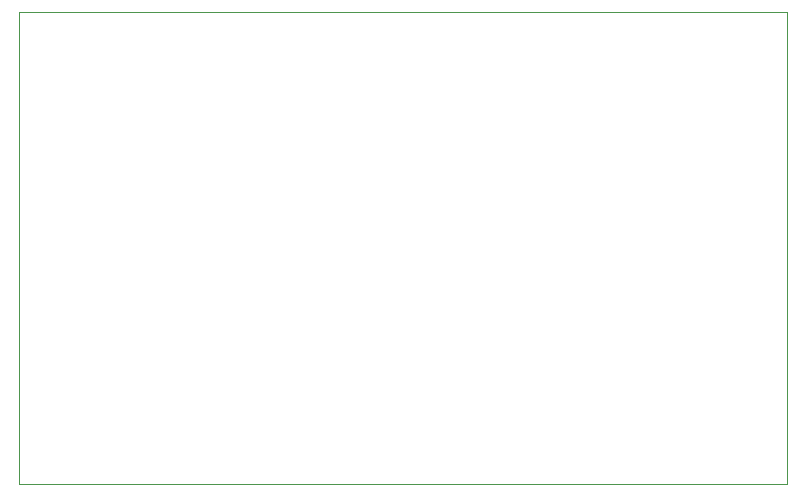
<source format=gbr>
%FSLAX34Y34*%
%MOMM*%
%LNOUTLINE*%
G71*
G01*
%ADD10C,0.002*%
%LPD*%
G54D10*
X-540360Y204700D02*
X109640Y204700D01*
X109640Y-195300D01*
X-540360Y-195300D01*
X-540360Y204700D01*
M02*

</source>
